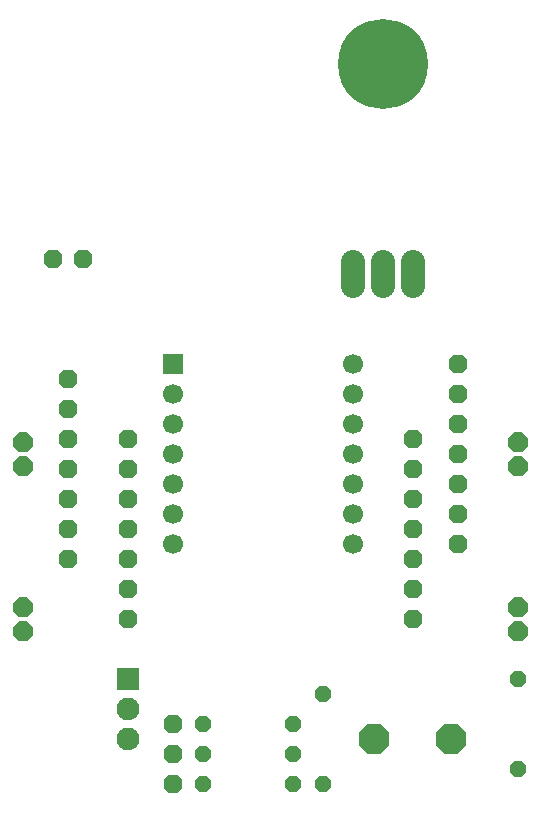
<source format=gbr>
%TF.GenerationSoftware,KiCad,Pcbnew,(6.0.8)*%
%TF.CreationDate,2023-05-05T16:47:41-05:00*%
%TF.ProjectId,MSoRo_v4.0_big_mode_RSC,4d536f52-6f5f-4763-942e-305f6269675f,rev?*%
%TF.SameCoordinates,Original*%
%TF.FileFunction,Copper,L3,Inr*%
%TF.FilePolarity,Positive*%
%FSLAX46Y46*%
G04 Gerber Fmt 4.6, Leading zero omitted, Abs format (unit mm)*
G04 Created by KiCad (PCBNEW (6.0.8)) date 2023-05-05 16:47:41*
%MOMM*%
%LPD*%
G01*
G04 APERTURE LIST*
G04 Aperture macros list*
%AMOutline5P*
0 Free polygon, 5 corners , with rotation*
0 The origin of the aperture is its center*
0 number of corners: always 5*
0 $1 to $10 corner X, Y*
0 $11 Rotation angle, in degrees counterclockwise*
0 create outline with 5 corners*
4,1,5,$1,$2,$3,$4,$5,$6,$7,$8,$9,$10,$1,$2,$11*%
%AMOutline6P*
0 Free polygon, 6 corners , with rotation*
0 The origin of the aperture is its center*
0 number of corners: always 6*
0 $1 to $12 corner X, Y*
0 $13 Rotation angle, in degrees counterclockwise*
0 create outline with 6 corners*
4,1,6,$1,$2,$3,$4,$5,$6,$7,$8,$9,$10,$11,$12,$1,$2,$13*%
%AMOutline7P*
0 Free polygon, 7 corners , with rotation*
0 The origin of the aperture is its center*
0 number of corners: always 7*
0 $1 to $14 corner X, Y*
0 $15 Rotation angle, in degrees counterclockwise*
0 create outline with 7 corners*
4,1,7,$1,$2,$3,$4,$5,$6,$7,$8,$9,$10,$11,$12,$13,$14,$1,$2,$15*%
%AMOutline8P*
0 Free polygon, 8 corners , with rotation*
0 The origin of the aperture is its center*
0 number of corners: always 8*
0 $1 to $16 corner X, Y*
0 $17 Rotation angle, in degrees counterclockwise*
0 create outline with 8 corners*
4,1,8,$1,$2,$3,$4,$5,$6,$7,$8,$9,$10,$11,$12,$13,$14,$15,$16,$1,$2,$17*%
G04 Aperture macros list end*
%TA.AperFunction,ComponentPad*%
%ADD10Outline8P,-0.800100X0.331412X-0.331412X0.800100X0.331412X0.800100X0.800100X0.331412X0.800100X-0.331412X0.331412X-0.800100X-0.331412X-0.800100X-0.800100X-0.331412X0.000000*%
%TD*%
%TA.AperFunction,ComponentPad*%
%ADD11C,1.700000*%
%TD*%
%TA.AperFunction,ComponentPad*%
%ADD12R,1.700000X1.700000*%
%TD*%
%TA.AperFunction,ComponentPad*%
%ADD13C,7.620000*%
%TD*%
%TA.AperFunction,ComponentPad*%
%ADD14O,2.032000X4.064000*%
%TD*%
%TA.AperFunction,ComponentPad*%
%ADD15Outline8P,-0.660400X0.273547X-0.273547X0.660400X0.273547X0.660400X0.660400X0.273547X0.660400X-0.273547X0.273547X-0.660400X-0.273547X-0.660400X-0.660400X-0.273547X180.000000*%
%TD*%
%TA.AperFunction,ComponentPad*%
%ADD16Outline8P,-0.660400X0.273547X-0.273547X0.660400X0.273547X0.660400X0.660400X0.273547X0.660400X-0.273547X0.273547X-0.660400X-0.273547X-0.660400X-0.660400X-0.273547X0.000000*%
%TD*%
%TA.AperFunction,ComponentPad*%
%ADD17Outline8P,-0.660400X0.273547X-0.273547X0.660400X0.273547X0.660400X0.660400X0.273547X0.660400X-0.273547X0.273547X-0.660400X-0.273547X-0.660400X-0.660400X-0.273547X270.000000*%
%TD*%
%TA.AperFunction,ComponentPad*%
%ADD18Outline8P,-0.838200X0.347194X-0.347194X0.838200X0.347194X0.838200X0.838200X0.347194X0.838200X-0.347194X0.347194X-0.838200X-0.347194X-0.838200X-0.838200X-0.347194X90.000000*%
%TD*%
%TA.AperFunction,ComponentPad*%
%ADD19Outline8P,-0.660400X0.273547X-0.273547X0.660400X0.273547X0.660400X0.660400X0.273547X0.660400X-0.273547X0.273547X-0.660400X-0.273547X-0.660400X-0.660400X-0.273547X90.000000*%
%TD*%
%TA.AperFunction,ComponentPad*%
%ADD20Outline8P,-1.270000X0.526051X-0.526051X1.270000X0.526051X1.270000X1.270000X0.526051X1.270000X-0.526051X0.526051X-1.270000X-0.526051X-1.270000X-1.270000X-0.526051X0.000000*%
%TD*%
%TA.AperFunction,ComponentPad*%
%ADD21C,1.930400*%
%TD*%
%TA.AperFunction,ComponentPad*%
%ADD22R,1.930400X1.930400*%
%TD*%
G04 APERTURE END LIST*
D10*
%TO.N,VCC*%
%TO.C,PAD1*%
X165011100Y-106908600D03*
%TD*%
%TO.N,VCCM3*%
%TO.C,PAD10*%
X161201100Y-108178600D03*
%TD*%
%TO.N,GND*%
%TO.C,PAD11*%
X161201100Y-105638600D03*
%TD*%
%TO.N,GNDM3*%
%TO.C,PAD12*%
X161201100Y-103098600D03*
%TD*%
%TO.N,IN6*%
%TO.C,PAD13*%
X161201100Y-100558600D03*
%TD*%
%TO.N,IN5*%
%TO.C,PAD14*%
X161201100Y-98018600D03*
%TD*%
%TO.N,VCC*%
%TO.C,PAD15*%
X137071100Y-113258600D03*
%TD*%
%TO.N,N/C*%
%TO.C,PAD16*%
X137071100Y-110718600D03*
%TD*%
%TO.N,VCCM2*%
%TO.C,PAD17*%
X137071100Y-108178600D03*
%TD*%
%TO.N,GND*%
%TO.C,PAD18*%
X137071100Y-105638600D03*
%TD*%
%TO.N,GNDM2*%
%TO.C,PAD19*%
X137071100Y-103098600D03*
%TD*%
%TO.N,N/C*%
%TO.C,PAD2*%
X165011100Y-104368600D03*
%TD*%
%TO.N,IN4*%
%TO.C,PAD20*%
X137071100Y-100558600D03*
%TD*%
%TO.N,IN3*%
%TO.C,PAD21*%
X137071100Y-98018600D03*
%TD*%
%TO.N,VCC*%
%TO.C,PAD22*%
X131991100Y-108178600D03*
%TD*%
%TO.N,N/C*%
%TO.C,PAD23*%
X131991100Y-105638600D03*
%TD*%
%TO.N,VCCM1*%
%TO.C,PAD24*%
X131991100Y-103098600D03*
%TD*%
%TO.N,GND*%
%TO.C,PAD25*%
X131991100Y-100558600D03*
%TD*%
%TO.N,GNDM1*%
%TO.C,PAD26*%
X131991100Y-98018600D03*
%TD*%
%TO.N,IN2*%
%TO.C,PAD27*%
X131991100Y-95478600D03*
%TD*%
%TO.N,IN1*%
%TO.C,PAD28*%
X131991100Y-92938600D03*
%TD*%
%TO.N,VCCM4*%
%TO.C,PAD3*%
X165011100Y-101828600D03*
%TD*%
%TO.N,VCC*%
%TO.C,PAD37*%
X133261100Y-82778600D03*
%TD*%
%TO.N,GND*%
%TO.C,PAD38*%
X130721100Y-82778600D03*
%TD*%
%TO.N,GND*%
%TO.C,PAD4*%
X165011100Y-99288600D03*
%TD*%
%TO.N,GNDM4*%
%TO.C,PAD5*%
X165011100Y-96748600D03*
%TD*%
%TO.N,IN8*%
%TO.C,PAD6*%
X165011100Y-94208600D03*
%TD*%
%TO.N,IN7*%
%TO.C,PAD7*%
X165011100Y-91668600D03*
%TD*%
%TO.N,VCC*%
%TO.C,PAD8*%
X161201100Y-113258600D03*
%TD*%
%TO.N,N/C*%
%TO.C,PAD9*%
X161201100Y-110718600D03*
%TD*%
D11*
%TO.N,VCC5V*%
%TO.C,U1*%
X156121100Y-91668600D03*
%TO.N,GND*%
X156121100Y-94208600D03*
%TO.N,N/C*%
X156121100Y-96748600D03*
%TO.N,IN7*%
X156121100Y-99288600D03*
%TO.N,IN8*%
X156121100Y-101828600D03*
%TO.N,IN5*%
X156121100Y-104368600D03*
%TO.N,IN6*%
X156121100Y-106908600D03*
%TO.N,N/C*%
X140881100Y-106908600D03*
%TO.N,SCL*%
X140881100Y-104368600D03*
%TO.N,SDA*%
X140881100Y-101828600D03*
%TO.N,IN4*%
X140881100Y-99288600D03*
%TO.N,IN3*%
X140881100Y-96748600D03*
%TO.N,IN2*%
X140881100Y-94208600D03*
D12*
%TO.N,IN1*%
X140881100Y-91668600D03*
%TD*%
D13*
%TO.N,GND*%
%TO.C,U2*%
X158661100Y-66268600D03*
D14*
%TO.N,VCC5V*%
X161201100Y-84048600D03*
%TO.N,GND*%
X158661100Y-84048600D03*
%TO.N,VCC*%
X156121100Y-84048600D03*
%TD*%
D10*
%TO.N,VOUT*%
%TO.C,PAD39*%
X140881100Y-122148600D03*
%TD*%
%TO.N,GND*%
%TO.C,PAD40*%
X140881100Y-124688600D03*
%TD*%
%TO.N,REFV*%
%TO.C,PAD41*%
X140881100Y-127228600D03*
%TD*%
D15*
%TO.N,GND*%
%TO.C,R1*%
X143421100Y-122148600D03*
%TO.N,REFV*%
X151041100Y-122148600D03*
%TD*%
D16*
%TO.N,VCC*%
%TO.C,R2*%
X151041100Y-127228600D03*
%TO.N,SERIES*%
X143421100Y-127228600D03*
%TD*%
%TO.N,REFV*%
%TO.C,R3*%
X151041100Y-124688600D03*
%TO.N,SERIES*%
X143421100Y-124688600D03*
%TD*%
D17*
%TO.N,VCC*%
%TO.C,R4*%
X153581100Y-127228600D03*
%TO.N,VOUT*%
X153581100Y-119608600D03*
%TD*%
D18*
%TO.N,GNDM1*%
%TO.C,P1*%
X128181100Y-98288600D03*
%TO.N,VCCM1*%
X128181100Y-100288600D03*
%TD*%
%TO.N,GNDM2*%
%TO.C,P2*%
X128181100Y-112258600D03*
%TO.N,VCCM2*%
X128181100Y-114258600D03*
%TD*%
%TO.N,GNDM3*%
%TO.C,P3*%
X170091100Y-112258600D03*
%TO.N,VCCM3*%
X170091100Y-114258600D03*
%TD*%
%TO.N,GNDM4*%
%TO.C,P4*%
X170091100Y-98288600D03*
%TO.N,VCCM4*%
X170091100Y-100288600D03*
%TD*%
D19*
%TO.N,VCC*%
%TO.C,R5*%
X170091100Y-118338600D03*
%TO.N,BPOS*%
X170091100Y-125958600D03*
%TD*%
D20*
%TO.N,BPOS*%
%TO.C,SP1*%
X164452300Y-123418600D03*
%TO.N,DRAIN*%
X157949900Y-123418600D03*
%TD*%
D21*
%TO.N,VOUT*%
%TO.C,Q1*%
X137071100Y-123418600D03*
%TO.N,DRAIN*%
X137071100Y-120878600D03*
D22*
%TO.N,GND*%
X137071100Y-118338600D03*
%TD*%
M02*

</source>
